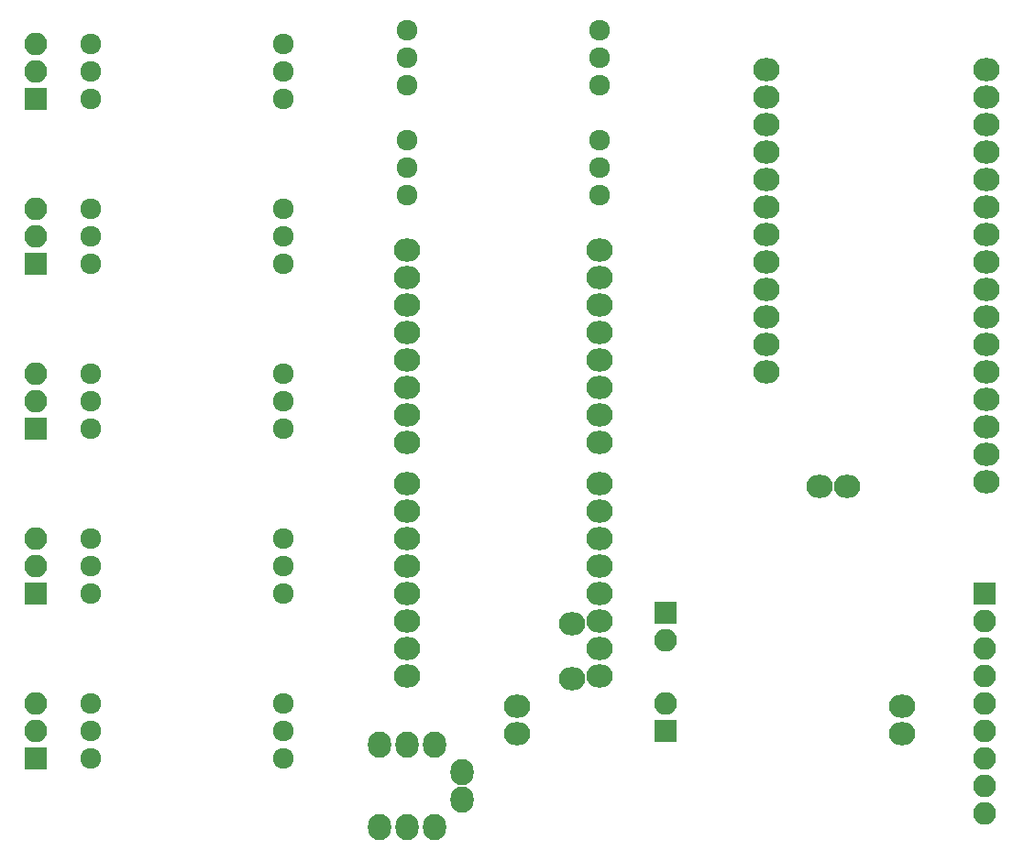
<source format=gbr>
G04 #@! TF.FileFunction,Soldermask,Bot*
%FSLAX46Y46*%
G04 Gerber Fmt 4.6, Leading zero omitted, Abs format (unit mm)*
G04 Created by KiCad (PCBNEW 4.0.6) date 04/17/17 11:48:57*
%MOMM*%
%LPD*%
G01*
G04 APERTURE LIST*
%ADD10C,0.100000*%
%ADD11R,2.100000X2.100000*%
%ADD12O,2.100000X2.100000*%
%ADD13C,1.924000*%
%ADD14O,2.432000X2.127200*%
%ADD15O,2.127200X2.432000*%
G04 APERTURE END LIST*
D10*
D11*
X163830000Y-142240000D03*
D12*
X163830000Y-139700000D03*
X163830000Y-137160000D03*
D11*
X163830000Y-111760000D03*
D12*
X163830000Y-109220000D03*
X163830000Y-106680000D03*
D11*
X163830000Y-96520000D03*
D12*
X163830000Y-93980000D03*
X163830000Y-91440000D03*
D11*
X163830000Y-127000000D03*
D12*
X163830000Y-124460000D03*
X163830000Y-121920000D03*
D11*
X163830000Y-81280000D03*
D12*
X163830000Y-78740000D03*
X163830000Y-76200000D03*
D13*
X215900000Y-85090000D03*
X215900000Y-87630000D03*
X215900000Y-90170000D03*
X215900000Y-80010000D03*
X215900000Y-77470000D03*
X215900000Y-74930000D03*
X198120000Y-90170000D03*
X198120000Y-87630000D03*
X198120000Y-85090000D03*
X198120000Y-80010000D03*
X198120000Y-77470000D03*
X198120000Y-74930000D03*
D14*
X251612400Y-116687600D03*
X251612400Y-114147600D03*
X251612400Y-111607600D03*
X251612400Y-109067600D03*
X231292400Y-106527600D03*
X251612400Y-106527600D03*
X231292400Y-103987600D03*
X251612400Y-103987600D03*
X231292400Y-101447600D03*
X251612400Y-101447600D03*
X231292400Y-98907600D03*
X251612400Y-98907600D03*
X231292400Y-96367600D03*
X251612400Y-96367600D03*
X231292400Y-93827600D03*
X251612400Y-93827600D03*
X231292400Y-91287600D03*
X251612400Y-91287600D03*
X231292400Y-88747600D03*
X251612400Y-88747600D03*
X231292400Y-86207600D03*
X251612400Y-86207600D03*
X231292400Y-83667600D03*
X251612400Y-83667600D03*
X231292400Y-81127600D03*
X251612400Y-81127600D03*
X231292400Y-78587600D03*
X251612400Y-78587600D03*
X215900000Y-107950000D03*
X215900000Y-110490000D03*
X215900000Y-113030000D03*
X215900000Y-102870000D03*
X215900000Y-100330000D03*
X215900000Y-97790000D03*
X198120000Y-113030000D03*
X198120000Y-110490000D03*
X198120000Y-107950000D03*
X198120000Y-102870000D03*
X198120000Y-100330000D03*
X198120000Y-97790000D03*
X198120000Y-105410000D03*
X215900000Y-105410000D03*
X215900000Y-95250000D03*
X198120000Y-95250000D03*
D13*
X186690000Y-111760000D03*
X186690000Y-109220000D03*
X186690000Y-106680000D03*
X168910000Y-111760000D03*
X168910000Y-109220000D03*
X168910000Y-106680000D03*
X186690000Y-96520000D03*
X186690000Y-93980000D03*
X186690000Y-91440000D03*
X168910000Y-96520000D03*
X168910000Y-93980000D03*
X168910000Y-91440000D03*
X186690000Y-127000000D03*
X186690000Y-124460000D03*
X186690000Y-121920000D03*
X168910000Y-127000000D03*
X168910000Y-124460000D03*
X168910000Y-121920000D03*
X186690000Y-81280000D03*
X186690000Y-78740000D03*
X186690000Y-76200000D03*
X168910000Y-81280000D03*
X168910000Y-78740000D03*
X168910000Y-76200000D03*
D15*
X200660000Y-148590000D03*
X198120000Y-148590000D03*
X195580000Y-148590000D03*
X203200000Y-146050000D03*
X203200000Y-143510000D03*
X200660000Y-140970000D03*
X198120000Y-140970000D03*
X195580000Y-140970000D03*
D14*
X215900000Y-129540000D03*
X215900000Y-132080000D03*
X215900000Y-134620000D03*
X215900000Y-124460000D03*
X215900000Y-121920000D03*
X215900000Y-119380000D03*
X198120000Y-134620000D03*
X198120000Y-132080000D03*
X198120000Y-129540000D03*
X198120000Y-124460000D03*
X198120000Y-121920000D03*
X198120000Y-119380000D03*
X198120000Y-127000000D03*
X215900000Y-127000000D03*
X215900000Y-116840000D03*
X198120000Y-116840000D03*
D13*
X186690000Y-142240000D03*
X186690000Y-139700000D03*
X186690000Y-137160000D03*
X168910000Y-142240000D03*
X168910000Y-139700000D03*
X168910000Y-137160000D03*
D11*
X251460000Y-127000000D03*
D12*
X251460000Y-129540000D03*
X251460000Y-132080000D03*
X251460000Y-134620000D03*
X251460000Y-137160000D03*
X251460000Y-139700000D03*
X251460000Y-142240000D03*
X251460000Y-144780000D03*
X251460000Y-147320000D03*
D11*
X221996000Y-139700000D03*
D12*
X221996000Y-137160000D03*
D11*
X221996000Y-128778000D03*
D12*
X221996000Y-131318000D03*
D14*
X243840000Y-139954000D03*
X243840000Y-137414000D03*
X208280000Y-137414000D03*
X208280000Y-139954000D03*
X213360000Y-134874000D03*
X213360000Y-129794000D03*
X238760000Y-117094000D03*
X236220000Y-117094000D03*
M02*

</source>
